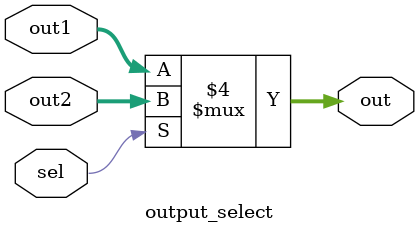
<source format=v>
module output_select(
    input sel,
    input [7:0] out1,
    input [7:0] out2,
    output reg [7:0] out
);

always @(*) begin
    if(sel == 0)
        out = out1;
    else
        out = out2;
end

endmodule
</source>
